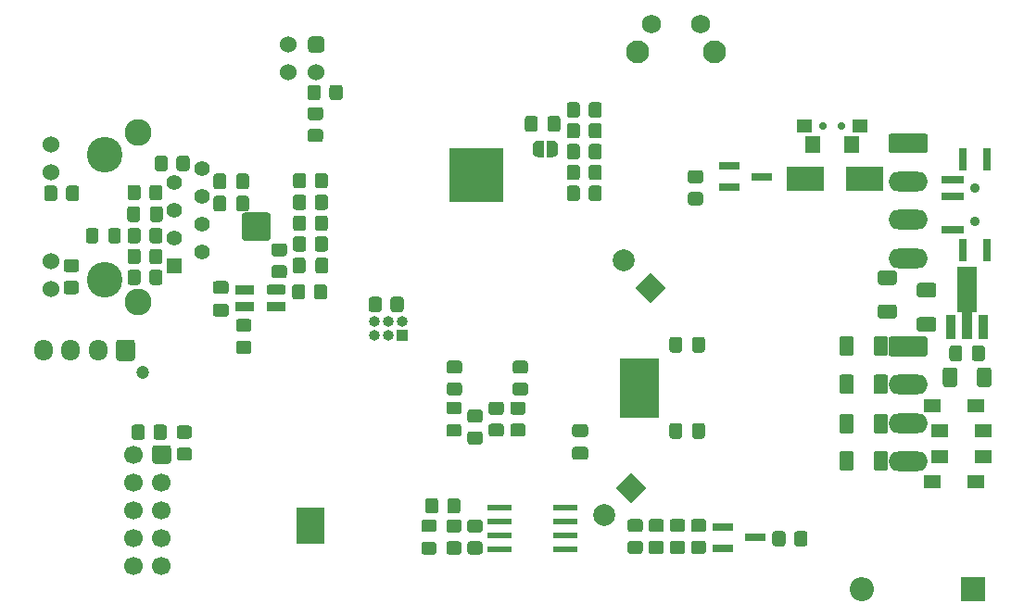
<source format=gts>
G04 #@! TF.GenerationSoftware,KiCad,Pcbnew,(5.1.8)-1*
G04 #@! TF.CreationDate,2021-07-21T13:57:44+02:00*
G04 #@! TF.ProjectId,sensactHsNano,73656e73-6163-4744-9873-4e616e6f2e6b,rev?*
G04 #@! TF.SameCoordinates,Original*
G04 #@! TF.FileFunction,Soldermask,Top*
G04 #@! TF.FilePolarity,Negative*
%FSLAX46Y46*%
G04 Gerber Fmt 4.6, Leading zero omitted, Abs format (unit mm)*
G04 Created by KiCad (PCBNEW (5.1.8)-1) date 2021-07-21 13:57:44*
%MOMM*%
%LPD*%
G01*
G04 APERTURE LIST*
%ADD10C,0.100000*%
%ADD11R,0.800000X2.000000*%
%ADD12R,2.000000X0.700000*%
%ADD13C,0.900000*%
%ADD14C,1.200000*%
%ADD15O,1.700000X1.950000*%
%ADD16C,1.524000*%
%ADD17O,2.200000X2.200000*%
%ADD18R,2.200000X2.200000*%
%ADD19R,1.600000X1.200000*%
%ADD20O,3.600000X1.800000*%
%ADD21C,2.000000*%
%ADD22R,2.200000X0.600000*%
%ADD23R,0.900000X2.300000*%
%ADD24R,1.900000X0.800000*%
%ADD25R,3.500000X2.300000*%
%ADD26R,5.000000X5.000000*%
%ADD27O,1.000000X1.000000*%
%ADD28R,1.000000X1.000000*%
%ADD29C,0.700000*%
%ADD30R,1.400000X1.200000*%
%ADD31R,1.400000X1.600000*%
%ADD32C,2.100000*%
%ADD33C,1.750000*%
%ADD34C,1.700000*%
%ADD35C,3.250000*%
%ADD36C,2.445000*%
%ADD37C,1.530000*%
%ADD38C,1.398000*%
%ADD39R,1.398000X1.398000*%
%ADD40R,3.600000X5.500000*%
%ADD41R,1.750000X0.900000*%
G04 APERTURE END LIST*
D10*
G36*
X153147000Y-111620398D02*
G01*
X153122466Y-111620398D01*
X153073635Y-111615588D01*
X153025510Y-111606016D01*
X152978555Y-111591772D01*
X152933222Y-111572995D01*
X152889949Y-111549864D01*
X152849150Y-111522604D01*
X152811221Y-111491476D01*
X152776524Y-111456779D01*
X152745396Y-111418850D01*
X152718136Y-111378051D01*
X152695005Y-111334778D01*
X152676228Y-111289445D01*
X152661984Y-111242490D01*
X152652412Y-111194365D01*
X152647602Y-111145534D01*
X152647602Y-111121000D01*
X152647000Y-111121000D01*
X152647000Y-110621000D01*
X152647602Y-110621000D01*
X152647602Y-110596466D01*
X152652412Y-110547635D01*
X152661984Y-110499510D01*
X152676228Y-110452555D01*
X152695005Y-110407222D01*
X152718136Y-110363949D01*
X152745396Y-110323150D01*
X152776524Y-110285221D01*
X152811221Y-110250524D01*
X152849150Y-110219396D01*
X152889949Y-110192136D01*
X152933222Y-110169005D01*
X152978555Y-110150228D01*
X153025510Y-110135984D01*
X153073635Y-110126412D01*
X153122466Y-110121602D01*
X153147000Y-110121602D01*
X153147000Y-110121000D01*
X153647000Y-110121000D01*
X153647000Y-111621000D01*
X153147000Y-111621000D01*
X153147000Y-111620398D01*
G37*
G36*
X153947000Y-110121000D02*
G01*
X154447000Y-110121000D01*
X154447000Y-110121602D01*
X154471534Y-110121602D01*
X154520365Y-110126412D01*
X154568490Y-110135984D01*
X154615445Y-110150228D01*
X154660778Y-110169005D01*
X154704051Y-110192136D01*
X154744850Y-110219396D01*
X154782779Y-110250524D01*
X154817476Y-110285221D01*
X154848604Y-110323150D01*
X154875864Y-110363949D01*
X154898995Y-110407222D01*
X154917772Y-110452555D01*
X154932016Y-110499510D01*
X154941588Y-110547635D01*
X154946398Y-110596466D01*
X154946398Y-110621000D01*
X154947000Y-110621000D01*
X154947000Y-111121000D01*
X154946398Y-111121000D01*
X154946398Y-111145534D01*
X154941588Y-111194365D01*
X154932016Y-111242490D01*
X154917772Y-111289445D01*
X154898995Y-111334778D01*
X154875864Y-111378051D01*
X154848604Y-111418850D01*
X154817476Y-111456779D01*
X154782779Y-111491476D01*
X154744850Y-111522604D01*
X154704051Y-111549864D01*
X154660778Y-111572995D01*
X154615445Y-111591772D01*
X154568490Y-111606016D01*
X154520365Y-111615588D01*
X154471534Y-111620398D01*
X154447000Y-111620398D01*
X154447000Y-111621000D01*
X153947000Y-111621000D01*
X153947000Y-110121000D01*
G37*
G36*
G01*
X156953000Y-110674999D02*
X156953000Y-111575001D01*
G75*
G02*
X156703001Y-111825000I-249999J0D01*
G01*
X156002999Y-111825000D01*
G75*
G02*
X155753000Y-111575001I0J249999D01*
G01*
X155753000Y-110674999D01*
G75*
G02*
X156002999Y-110425000I249999J0D01*
G01*
X156703001Y-110425000D01*
G75*
G02*
X156953000Y-110674999I0J-249999D01*
G01*
G37*
G36*
G01*
X158953000Y-110674999D02*
X158953000Y-111575001D01*
G75*
G02*
X158703001Y-111825000I-249999J0D01*
G01*
X158002999Y-111825000D01*
G75*
G02*
X157753000Y-111575001I0J249999D01*
G01*
X157753000Y-110674999D01*
G75*
G02*
X158002999Y-110425000I249999J0D01*
G01*
X158703001Y-110425000D01*
G75*
G02*
X158953000Y-110674999I0J-249999D01*
G01*
G37*
G36*
G01*
X156953000Y-112579999D02*
X156953000Y-113480001D01*
G75*
G02*
X156703001Y-113730000I-249999J0D01*
G01*
X156002999Y-113730000D01*
G75*
G02*
X155753000Y-113480001I0J249999D01*
G01*
X155753000Y-112579999D01*
G75*
G02*
X156002999Y-112330000I249999J0D01*
G01*
X156703001Y-112330000D01*
G75*
G02*
X156953000Y-112579999I0J-249999D01*
G01*
G37*
G36*
G01*
X158953000Y-112579999D02*
X158953000Y-113480001D01*
G75*
G02*
X158703001Y-113730000I-249999J0D01*
G01*
X158002999Y-113730000D01*
G75*
G02*
X157753000Y-113480001I0J249999D01*
G01*
X157753000Y-112579999D01*
G75*
G02*
X158002999Y-112330000I249999J0D01*
G01*
X158703001Y-112330000D01*
G75*
G02*
X158953000Y-112579999I0J-249999D01*
G01*
G37*
D11*
X191930000Y-120126400D03*
X191930000Y-111826400D03*
X194140000Y-111826400D03*
X194140000Y-120126400D03*
D12*
X191030000Y-113726400D03*
X191030000Y-115226400D03*
X191030000Y-118226400D03*
D13*
X193040000Y-114476400D03*
X193040000Y-117476400D03*
D14*
X117043000Y-131286000D03*
D15*
X107943000Y-129286000D03*
X110443000Y-129286000D03*
X112943000Y-129286000D03*
G36*
G01*
X116293000Y-128561000D02*
X116293000Y-130011000D01*
G75*
G02*
X116043000Y-130261000I-250000J0D01*
G01*
X114843000Y-130261000D01*
G75*
G02*
X114593000Y-130011000I0J250000D01*
G01*
X114593000Y-128561000D01*
G75*
G02*
X114843000Y-128311000I250000J0D01*
G01*
X116043000Y-128311000D01*
G75*
G02*
X116293000Y-128561000I0J-250000D01*
G01*
G37*
G36*
G01*
X125787999Y-128416000D02*
X126688001Y-128416000D01*
G75*
G02*
X126938000Y-128665999I0J-249999D01*
G01*
X126938000Y-129366001D01*
G75*
G02*
X126688001Y-129616000I-249999J0D01*
G01*
X125787999Y-129616000D01*
G75*
G02*
X125538000Y-129366001I0J249999D01*
G01*
X125538000Y-128665999D01*
G75*
G02*
X125787999Y-128416000I249999J0D01*
G01*
G37*
G36*
G01*
X125787999Y-126416000D02*
X126688001Y-126416000D01*
G75*
G02*
X126938000Y-126665999I0J-249999D01*
G01*
X126938000Y-127366001D01*
G75*
G02*
X126688001Y-127616000I-249999J0D01*
G01*
X125787999Y-127616000D01*
G75*
G02*
X125538000Y-127366001I0J249999D01*
G01*
X125538000Y-126665999D01*
G75*
G02*
X125787999Y-126416000I249999J0D01*
G01*
G37*
D16*
X130330000Y-103886000D03*
X132870000Y-103886000D03*
X130330000Y-101346000D03*
G36*
G01*
X132108000Y-101727000D02*
X132108000Y-100965000D01*
G75*
G02*
X132489000Y-100584000I381000J0D01*
G01*
X133251000Y-100584000D01*
G75*
G02*
X133632000Y-100965000I0J-381000D01*
G01*
X133632000Y-101727000D01*
G75*
G02*
X133251000Y-102108000I-381000J0D01*
G01*
X132489000Y-102108000D01*
G75*
G02*
X132108000Y-101727000I0J381000D01*
G01*
G37*
D17*
X182676800Y-151130000D03*
D18*
X192836800Y-151130000D03*
D19*
X193820800Y-138988800D03*
X189820800Y-138988800D03*
X189109600Y-141325600D03*
X193109600Y-141325600D03*
D20*
X186944000Y-139430400D03*
X186944000Y-135930400D03*
X186944000Y-132430400D03*
G36*
G01*
X185394000Y-128030400D02*
X188494000Y-128030400D01*
G75*
G02*
X188744000Y-128280400I0J-250000D01*
G01*
X188744000Y-129580400D01*
G75*
G02*
X188494000Y-129830400I-250000J0D01*
G01*
X185394000Y-129830400D01*
G75*
G02*
X185144000Y-129580400I0J250000D01*
G01*
X185144000Y-128280400D01*
G75*
G02*
X185394000Y-128030400I250000J0D01*
G01*
G37*
G36*
G01*
X187970398Y-126249000D02*
X189270402Y-126249000D01*
G75*
G02*
X189520400Y-126498998I0J-249998D01*
G01*
X189520400Y-127324002D01*
G75*
G02*
X189270402Y-127574000I-249998J0D01*
G01*
X187970398Y-127574000D01*
G75*
G02*
X187720400Y-127324002I0J249998D01*
G01*
X187720400Y-126498998D01*
G75*
G02*
X187970398Y-126249000I249998J0D01*
G01*
G37*
G36*
G01*
X187970398Y-123124000D02*
X189270402Y-123124000D01*
G75*
G02*
X189520400Y-123373998I0J-249998D01*
G01*
X189520400Y-124199002D01*
G75*
G02*
X189270402Y-124449000I-249998J0D01*
G01*
X187970398Y-124449000D01*
G75*
G02*
X187720400Y-124199002I0J249998D01*
G01*
X187720400Y-123373998D01*
G75*
G02*
X187970398Y-123124000I249998J0D01*
G01*
G37*
D21*
X159196126Y-144333874D03*
D10*
G36*
X161671000Y-140444786D02*
G01*
X163085214Y-141859000D01*
X161671000Y-143273214D01*
X160256786Y-141859000D01*
X161671000Y-140444786D01*
G37*
D22*
X149603200Y-147447000D03*
X149603200Y-146177000D03*
X149603200Y-144907000D03*
X149603200Y-143637000D03*
X155603200Y-143637000D03*
X155603200Y-144907000D03*
X155603200Y-146177000D03*
X155603200Y-147447000D03*
D10*
G36*
X193195300Y-121693400D02*
G01*
X193195300Y-125818400D01*
X192778800Y-125818400D01*
X192778800Y-128293400D01*
X191878800Y-128293400D01*
X191878800Y-125818400D01*
X191462300Y-125818400D01*
X191462300Y-121693400D01*
X193195300Y-121693400D01*
G37*
D23*
X193828800Y-127143400D03*
X190828800Y-127143400D03*
D24*
X173000800Y-146405600D03*
X170000800Y-147355600D03*
X170000800Y-145455600D03*
G36*
G01*
X168242401Y-145904000D02*
X167342399Y-145904000D01*
G75*
G02*
X167092400Y-145654001I0J249999D01*
G01*
X167092400Y-144953999D01*
G75*
G02*
X167342399Y-144704000I249999J0D01*
G01*
X168242401Y-144704000D01*
G75*
G02*
X168492400Y-144953999I0J-249999D01*
G01*
X168492400Y-145654001D01*
G75*
G02*
X168242401Y-145904000I-249999J0D01*
G01*
G37*
G36*
G01*
X168242401Y-147904000D02*
X167342399Y-147904000D01*
G75*
G02*
X167092400Y-147654001I0J249999D01*
G01*
X167092400Y-146953999D01*
G75*
G02*
X167342399Y-146704000I249999J0D01*
G01*
X168242401Y-146704000D01*
G75*
G02*
X168492400Y-146953999I0J-249999D01*
G01*
X168492400Y-147654001D01*
G75*
G02*
X168242401Y-147904000I-249999J0D01*
G01*
G37*
G36*
G01*
X165411999Y-144704000D02*
X166312001Y-144704000D01*
G75*
G02*
X166562000Y-144953999I0J-249999D01*
G01*
X166562000Y-145654001D01*
G75*
G02*
X166312001Y-145904000I-249999J0D01*
G01*
X165411999Y-145904000D01*
G75*
G02*
X165162000Y-145654001I0J249999D01*
G01*
X165162000Y-144953999D01*
G75*
G02*
X165411999Y-144704000I249999J0D01*
G01*
G37*
G36*
G01*
X165411999Y-146704000D02*
X166312001Y-146704000D01*
G75*
G02*
X166562000Y-146953999I0J-249999D01*
G01*
X166562000Y-147654001D01*
G75*
G02*
X166312001Y-147904000I-249999J0D01*
G01*
X165411999Y-147904000D01*
G75*
G02*
X165162000Y-147654001I0J249999D01*
G01*
X165162000Y-146953999D01*
G75*
G02*
X165411999Y-146704000I249999J0D01*
G01*
G37*
G36*
G01*
X175739600Y-146057199D02*
X175739600Y-146957201D01*
G75*
G02*
X175489601Y-147207200I-249999J0D01*
G01*
X174789599Y-147207200D01*
G75*
G02*
X174539600Y-146957201I0J249999D01*
G01*
X174539600Y-146057199D01*
G75*
G02*
X174789599Y-145807200I249999J0D01*
G01*
X175489601Y-145807200D01*
G75*
G02*
X175739600Y-146057199I0J-249999D01*
G01*
G37*
G36*
G01*
X177739600Y-146057199D02*
X177739600Y-146957201D01*
G75*
G02*
X177489601Y-147207200I-249999J0D01*
G01*
X176789599Y-147207200D01*
G75*
G02*
X176539600Y-146957201I0J249999D01*
G01*
X176539600Y-146057199D01*
G75*
G02*
X176789599Y-145807200I249999J0D01*
G01*
X177489601Y-145807200D01*
G75*
G02*
X177739600Y-146057199I0J-249999D01*
G01*
G37*
G36*
G01*
X163481599Y-144704000D02*
X164381601Y-144704000D01*
G75*
G02*
X164631600Y-144953999I0J-249999D01*
G01*
X164631600Y-145654001D01*
G75*
G02*
X164381601Y-145904000I-249999J0D01*
G01*
X163481599Y-145904000D01*
G75*
G02*
X163231600Y-145654001I0J249999D01*
G01*
X163231600Y-144953999D01*
G75*
G02*
X163481599Y-144704000I249999J0D01*
G01*
G37*
G36*
G01*
X163481599Y-146704000D02*
X164381601Y-146704000D01*
G75*
G02*
X164631600Y-146953999I0J-249999D01*
G01*
X164631600Y-147654001D01*
G75*
G02*
X164381601Y-147904000I-249999J0D01*
G01*
X163481599Y-147904000D01*
G75*
G02*
X163231600Y-147654001I0J249999D01*
G01*
X163231600Y-146953999D01*
G75*
G02*
X163481599Y-146704000I249999J0D01*
G01*
G37*
G36*
G01*
X145890401Y-145954800D02*
X144990399Y-145954800D01*
G75*
G02*
X144740400Y-145704801I0J249999D01*
G01*
X144740400Y-145004799D01*
G75*
G02*
X144990399Y-144754800I249999J0D01*
G01*
X145890401Y-144754800D01*
G75*
G02*
X146140400Y-145004799I0J-249999D01*
G01*
X146140400Y-145704801D01*
G75*
G02*
X145890401Y-145954800I-249999J0D01*
G01*
G37*
G36*
G01*
X145890401Y-147954800D02*
X144990399Y-147954800D01*
G75*
G02*
X144740400Y-147704801I0J249999D01*
G01*
X144740400Y-147004799D01*
G75*
G02*
X144990399Y-146754800I249999J0D01*
G01*
X145890401Y-146754800D01*
G75*
G02*
X146140400Y-147004799I0J-249999D01*
G01*
X146140400Y-147704801D01*
G75*
G02*
X145890401Y-147954800I-249999J0D01*
G01*
G37*
G36*
G01*
X161551199Y-144704000D02*
X162451201Y-144704000D01*
G75*
G02*
X162701200Y-144953999I0J-249999D01*
G01*
X162701200Y-145654001D01*
G75*
G02*
X162451201Y-145904000I-249999J0D01*
G01*
X161551199Y-145904000D01*
G75*
G02*
X161301200Y-145654001I0J249999D01*
G01*
X161301200Y-144953999D01*
G75*
G02*
X161551199Y-144704000I249999J0D01*
G01*
G37*
G36*
G01*
X161551199Y-146704000D02*
X162451201Y-146704000D01*
G75*
G02*
X162701200Y-146953999I0J-249999D01*
G01*
X162701200Y-147654001D01*
G75*
G02*
X162451201Y-147904000I-249999J0D01*
G01*
X161551199Y-147904000D01*
G75*
G02*
X161301200Y-147654001I0J249999D01*
G01*
X161301200Y-146953999D01*
G75*
G02*
X161551199Y-146704000I249999J0D01*
G01*
G37*
G36*
G01*
X144824400Y-143960001D02*
X144824400Y-143059999D01*
G75*
G02*
X145074399Y-142810000I249999J0D01*
G01*
X145774401Y-142810000D01*
G75*
G02*
X146024400Y-143059999I0J-249999D01*
G01*
X146024400Y-143960001D01*
G75*
G02*
X145774401Y-144210000I-249999J0D01*
G01*
X145074399Y-144210000D01*
G75*
G02*
X144824400Y-143960001I0J249999D01*
G01*
G37*
G36*
G01*
X142824400Y-143960001D02*
X142824400Y-143059999D01*
G75*
G02*
X143074399Y-142810000I249999J0D01*
G01*
X143774401Y-142810000D01*
G75*
G02*
X144024400Y-143059999I0J-249999D01*
G01*
X144024400Y-143960001D01*
G75*
G02*
X143774401Y-144210000I-249999J0D01*
G01*
X143074399Y-144210000D01*
G75*
G02*
X142824400Y-143960001I0J249999D01*
G01*
G37*
G36*
G01*
X147820801Y-145954800D02*
X146920799Y-145954800D01*
G75*
G02*
X146670800Y-145704801I0J249999D01*
G01*
X146670800Y-145004799D01*
G75*
G02*
X146920799Y-144754800I249999J0D01*
G01*
X147820801Y-144754800D01*
G75*
G02*
X148070800Y-145004799I0J-249999D01*
G01*
X148070800Y-145704801D01*
G75*
G02*
X147820801Y-145954800I-249999J0D01*
G01*
G37*
G36*
G01*
X147820801Y-147954800D02*
X146920799Y-147954800D01*
G75*
G02*
X146670800Y-147704801I0J249999D01*
G01*
X146670800Y-147004799D01*
G75*
G02*
X146920799Y-146754800I249999J0D01*
G01*
X147820801Y-146754800D01*
G75*
G02*
X148070800Y-147004799I0J-249999D01*
G01*
X148070800Y-147704801D01*
G75*
G02*
X147820801Y-147954800I-249999J0D01*
G01*
G37*
G36*
G01*
X148851199Y-135985200D02*
X149751201Y-135985200D01*
G75*
G02*
X150001200Y-136235199I0J-249999D01*
G01*
X150001200Y-136935201D01*
G75*
G02*
X149751201Y-137185200I-249999J0D01*
G01*
X148851199Y-137185200D01*
G75*
G02*
X148601200Y-136935201I0J249999D01*
G01*
X148601200Y-136235199D01*
G75*
G02*
X148851199Y-135985200I249999J0D01*
G01*
G37*
G36*
G01*
X148851199Y-133985200D02*
X149751201Y-133985200D01*
G75*
G02*
X150001200Y-134235199I0J-249999D01*
G01*
X150001200Y-134935201D01*
G75*
G02*
X149751201Y-135185200I-249999J0D01*
G01*
X148851199Y-135185200D01*
G75*
G02*
X148601200Y-134935201I0J249999D01*
G01*
X148601200Y-134235199D01*
G75*
G02*
X148851199Y-133985200I249999J0D01*
G01*
G37*
G36*
G01*
X151732401Y-135185200D02*
X150832399Y-135185200D01*
G75*
G02*
X150582400Y-134935201I0J249999D01*
G01*
X150582400Y-134235199D01*
G75*
G02*
X150832399Y-133985200I249999J0D01*
G01*
X151732401Y-133985200D01*
G75*
G02*
X151982400Y-134235199I0J-249999D01*
G01*
X151982400Y-134935201D01*
G75*
G02*
X151732401Y-135185200I-249999J0D01*
G01*
G37*
G36*
G01*
X151732401Y-137185200D02*
X150832399Y-137185200D01*
G75*
G02*
X150582400Y-136935201I0J249999D01*
G01*
X150582400Y-136235199D01*
G75*
G02*
X150832399Y-135985200I249999J0D01*
G01*
X151732401Y-135985200D01*
G75*
G02*
X151982400Y-136235199I0J-249999D01*
G01*
X151982400Y-136935201D01*
G75*
G02*
X151732401Y-137185200I-249999J0D01*
G01*
G37*
G36*
G01*
X147820801Y-135896400D02*
X146920799Y-135896400D01*
G75*
G02*
X146670800Y-135646401I0J249999D01*
G01*
X146670800Y-134946399D01*
G75*
G02*
X146920799Y-134696400I249999J0D01*
G01*
X147820801Y-134696400D01*
G75*
G02*
X148070800Y-134946399I0J-249999D01*
G01*
X148070800Y-135646401D01*
G75*
G02*
X147820801Y-135896400I-249999J0D01*
G01*
G37*
G36*
G01*
X147820801Y-137896400D02*
X146920799Y-137896400D01*
G75*
G02*
X146670800Y-137646401I0J249999D01*
G01*
X146670800Y-136946399D01*
G75*
G02*
X146920799Y-136696400I249999J0D01*
G01*
X147820801Y-136696400D01*
G75*
G02*
X148070800Y-136946399I0J-249999D01*
G01*
X148070800Y-137646401D01*
G75*
G02*
X147820801Y-137896400I-249999J0D01*
G01*
G37*
D19*
X189128400Y-134315200D03*
X193128400Y-134315200D03*
X193820800Y-136652000D03*
X189820800Y-136652000D03*
G36*
G01*
X142704399Y-146804800D02*
X143604401Y-146804800D01*
G75*
G02*
X143854400Y-147054799I0J-249999D01*
G01*
X143854400Y-147704801D01*
G75*
G02*
X143604401Y-147954800I-249999J0D01*
G01*
X142704399Y-147954800D01*
G75*
G02*
X142454400Y-147704801I0J249999D01*
G01*
X142454400Y-147054799D01*
G75*
G02*
X142704399Y-146804800I249999J0D01*
G01*
G37*
G36*
G01*
X142704399Y-144754800D02*
X143604401Y-144754800D01*
G75*
G02*
X143854400Y-145004799I0J-249999D01*
G01*
X143854400Y-145654801D01*
G75*
G02*
X143604401Y-145904800I-249999J0D01*
G01*
X142704399Y-145904800D01*
G75*
G02*
X142454400Y-145654801I0J249999D01*
G01*
X142454400Y-145004799D01*
G75*
G02*
X142704399Y-144754800I249999J0D01*
G01*
G37*
G36*
G01*
X145890401Y-135135200D02*
X144990399Y-135135200D01*
G75*
G02*
X144740400Y-134885201I0J249999D01*
G01*
X144740400Y-134235199D01*
G75*
G02*
X144990399Y-133985200I249999J0D01*
G01*
X145890401Y-133985200D01*
G75*
G02*
X146140400Y-134235199I0J-249999D01*
G01*
X146140400Y-134885201D01*
G75*
G02*
X145890401Y-135135200I-249999J0D01*
G01*
G37*
G36*
G01*
X145890401Y-137185200D02*
X144990399Y-137185200D01*
G75*
G02*
X144740400Y-136935201I0J249999D01*
G01*
X144740400Y-136285199D01*
G75*
G02*
X144990399Y-136035200I249999J0D01*
G01*
X145890401Y-136035200D01*
G75*
G02*
X146140400Y-136285199I0J-249999D01*
G01*
X146140400Y-136935201D01*
G75*
G02*
X145890401Y-137185200I-249999J0D01*
G01*
G37*
G36*
G01*
X191878800Y-129090400D02*
X191878800Y-130040400D01*
G75*
G02*
X191628800Y-130290400I-250000J0D01*
G01*
X190953800Y-130290400D01*
G75*
G02*
X190703800Y-130040400I0J250000D01*
G01*
X190703800Y-129090400D01*
G75*
G02*
X190953800Y-128840400I250000J0D01*
G01*
X191628800Y-128840400D01*
G75*
G02*
X191878800Y-129090400I0J-250000D01*
G01*
G37*
G36*
G01*
X193953800Y-129090400D02*
X193953800Y-130040400D01*
G75*
G02*
X193703800Y-130290400I-250000J0D01*
G01*
X193028800Y-130290400D01*
G75*
G02*
X192778800Y-130040400I0J250000D01*
G01*
X192778800Y-129090400D01*
G75*
G02*
X193028800Y-128840400I250000J0D01*
G01*
X193703800Y-128840400D01*
G75*
G02*
X193953800Y-129090400I0J-250000D01*
G01*
G37*
G36*
G01*
X191428800Y-131099798D02*
X191428800Y-132399802D01*
G75*
G02*
X191178802Y-132649800I-249998J0D01*
G01*
X190353798Y-132649800D01*
G75*
G02*
X190103800Y-132399802I0J249998D01*
G01*
X190103800Y-131099798D01*
G75*
G02*
X190353798Y-130849800I249998J0D01*
G01*
X191178802Y-130849800D01*
G75*
G02*
X191428800Y-131099798I0J-249998D01*
G01*
G37*
G36*
G01*
X194553800Y-131099798D02*
X194553800Y-132399802D01*
G75*
G02*
X194303802Y-132649800I-249998J0D01*
G01*
X193478798Y-132649800D01*
G75*
G02*
X193228800Y-132399802I0J249998D01*
G01*
X193228800Y-131099798D01*
G75*
G02*
X193478798Y-130849800I249998J0D01*
G01*
X194303802Y-130849800D01*
G75*
G02*
X194553800Y-131099798I0J-249998D01*
G01*
G37*
D25*
X182976500Y-113588800D03*
X177576500Y-113588800D03*
G36*
G01*
X131934000Y-113341999D02*
X131934000Y-114242001D01*
G75*
G02*
X131684001Y-114492000I-249999J0D01*
G01*
X130983999Y-114492000D01*
G75*
G02*
X130734000Y-114242001I0J249999D01*
G01*
X130734000Y-113341999D01*
G75*
G02*
X130983999Y-113092000I249999J0D01*
G01*
X131684001Y-113092000D01*
G75*
G02*
X131934000Y-113341999I0J-249999D01*
G01*
G37*
G36*
G01*
X133934000Y-113341999D02*
X133934000Y-114242001D01*
G75*
G02*
X133684001Y-114492000I-249999J0D01*
G01*
X132983999Y-114492000D01*
G75*
G02*
X132734000Y-114242001I0J249999D01*
G01*
X132734000Y-113341999D01*
G75*
G02*
X132983999Y-113092000I249999J0D01*
G01*
X133684001Y-113092000D01*
G75*
G02*
X133934000Y-113341999I0J-249999D01*
G01*
G37*
D26*
X147510500Y-113284000D03*
D10*
G36*
X133634000Y-143638000D02*
G01*
X133634000Y-146938000D01*
X131034000Y-146938000D01*
X131034000Y-143638000D01*
X133634000Y-143638000D01*
G37*
D27*
X138176000Y-126619000D03*
X138176000Y-127889000D03*
X139446000Y-126619000D03*
X139446000Y-127889000D03*
X140716000Y-126619000D03*
D28*
X140716000Y-127889000D03*
G36*
G01*
X145928501Y-131426000D02*
X145028499Y-131426000D01*
G75*
G02*
X144778500Y-131176001I0J249999D01*
G01*
X144778500Y-130475999D01*
G75*
G02*
X145028499Y-130226000I249999J0D01*
G01*
X145928501Y-130226000D01*
G75*
G02*
X146178500Y-130475999I0J-249999D01*
G01*
X146178500Y-131176001D01*
G75*
G02*
X145928501Y-131426000I-249999J0D01*
G01*
G37*
G36*
G01*
X145928501Y-133426000D02*
X145028499Y-133426000D01*
G75*
G02*
X144778500Y-133176001I0J249999D01*
G01*
X144778500Y-132475999D01*
G75*
G02*
X145028499Y-132226000I249999J0D01*
G01*
X145928501Y-132226000D01*
G75*
G02*
X146178500Y-132475999I0J-249999D01*
G01*
X146178500Y-133176001D01*
G75*
G02*
X145928501Y-133426000I-249999J0D01*
G01*
G37*
G36*
G01*
X151961001Y-131426000D02*
X151060999Y-131426000D01*
G75*
G02*
X150811000Y-131176001I0J249999D01*
G01*
X150811000Y-130475999D01*
G75*
G02*
X151060999Y-130226000I249999J0D01*
G01*
X151961001Y-130226000D01*
G75*
G02*
X152211000Y-130475999I0J-249999D01*
G01*
X152211000Y-131176001D01*
G75*
G02*
X151961001Y-131426000I-249999J0D01*
G01*
G37*
G36*
G01*
X151961001Y-133426000D02*
X151060999Y-133426000D01*
G75*
G02*
X150811000Y-133176001I0J249999D01*
G01*
X150811000Y-132475999D01*
G75*
G02*
X151060999Y-132226000I249999J0D01*
G01*
X151961001Y-132226000D01*
G75*
G02*
X152211000Y-132475999I0J-249999D01*
G01*
X152211000Y-133176001D01*
G75*
G02*
X151961001Y-133426000I-249999J0D01*
G01*
G37*
D29*
X179150000Y-108750000D03*
X180850000Y-108750000D03*
D30*
X182550000Y-108750000D03*
D31*
X181800000Y-110450000D03*
D30*
X177450000Y-108750000D03*
D31*
X178200000Y-110450000D03*
D32*
X169250000Y-101990000D03*
D33*
X168000000Y-99500000D03*
X163500000Y-99500000D03*
D32*
X162240000Y-101990000D03*
G36*
G01*
X132328499Y-109048500D02*
X133228501Y-109048500D01*
G75*
G02*
X133478500Y-109298499I0J-249999D01*
G01*
X133478500Y-109998501D01*
G75*
G02*
X133228501Y-110248500I-249999J0D01*
G01*
X132328499Y-110248500D01*
G75*
G02*
X132078500Y-109998501I0J249999D01*
G01*
X132078500Y-109298499D01*
G75*
G02*
X132328499Y-109048500I249999J0D01*
G01*
G37*
G36*
G01*
X132328499Y-107048500D02*
X133228501Y-107048500D01*
G75*
G02*
X133478500Y-107298499I0J-249999D01*
G01*
X133478500Y-107998501D01*
G75*
G02*
X133228501Y-108248500I-249999J0D01*
G01*
X132328499Y-108248500D01*
G75*
G02*
X132078500Y-107998501I0J249999D01*
G01*
X132078500Y-107298499D01*
G75*
G02*
X132328499Y-107048500I249999J0D01*
G01*
G37*
G36*
G01*
X134067500Y-106177501D02*
X134067500Y-105277499D01*
G75*
G02*
X134317499Y-105027500I249999J0D01*
G01*
X135017501Y-105027500D01*
G75*
G02*
X135267500Y-105277499I0J-249999D01*
G01*
X135267500Y-106177501D01*
G75*
G02*
X135017501Y-106427500I-249999J0D01*
G01*
X134317499Y-106427500D01*
G75*
G02*
X134067500Y-106177501I0J249999D01*
G01*
G37*
G36*
G01*
X132067500Y-106177501D02*
X132067500Y-105277499D01*
G75*
G02*
X132317499Y-105027500I249999J0D01*
G01*
X133017501Y-105027500D01*
G75*
G02*
X133267500Y-105277499I0J-249999D01*
G01*
X133267500Y-106177501D01*
G75*
G02*
X133017501Y-106427500I-249999J0D01*
G01*
X132317499Y-106427500D01*
G75*
G02*
X132067500Y-106177501I0J249999D01*
G01*
G37*
G36*
G01*
X156953000Y-108769999D02*
X156953000Y-109670001D01*
G75*
G02*
X156703001Y-109920000I-249999J0D01*
G01*
X156002999Y-109920000D01*
G75*
G02*
X155753000Y-109670001I0J249999D01*
G01*
X155753000Y-108769999D01*
G75*
G02*
X156002999Y-108520000I249999J0D01*
G01*
X156703001Y-108520000D01*
G75*
G02*
X156953000Y-108769999I0J-249999D01*
G01*
G37*
G36*
G01*
X158953000Y-108769999D02*
X158953000Y-109670001D01*
G75*
G02*
X158703001Y-109920000I-249999J0D01*
G01*
X158002999Y-109920000D01*
G75*
G02*
X157753000Y-109670001I0J249999D01*
G01*
X157753000Y-108769999D01*
G75*
G02*
X158002999Y-108520000I249999J0D01*
G01*
X158703001Y-108520000D01*
G75*
G02*
X158953000Y-108769999I0J-249999D01*
G01*
G37*
D24*
X173585000Y-113411000D03*
X170585000Y-114361000D03*
X170585000Y-112461000D03*
D21*
X160974126Y-121096126D03*
D10*
G36*
X164863214Y-123571000D02*
G01*
X163449000Y-124985214D01*
X162034786Y-123571000D01*
X163449000Y-122156786D01*
X164863214Y-123571000D01*
G37*
G36*
G01*
X123667500Y-125037000D02*
X124617500Y-125037000D01*
G75*
G02*
X124867500Y-125287000I0J-250000D01*
G01*
X124867500Y-125962000D01*
G75*
G02*
X124617500Y-126212000I-250000J0D01*
G01*
X123667500Y-126212000D01*
G75*
G02*
X123417500Y-125962000I0J250000D01*
G01*
X123417500Y-125287000D01*
G75*
G02*
X123667500Y-125037000I250000J0D01*
G01*
G37*
G36*
G01*
X123667500Y-122962000D02*
X124617500Y-122962000D01*
G75*
G02*
X124867500Y-123212000I0J-250000D01*
G01*
X124867500Y-123887000D01*
G75*
G02*
X124617500Y-124137000I-250000J0D01*
G01*
X123667500Y-124137000D01*
G75*
G02*
X123417500Y-123887000I0J250000D01*
G01*
X123417500Y-123212000D01*
G75*
G02*
X123667500Y-122962000I250000J0D01*
G01*
G37*
G36*
G01*
X156953000Y-106864999D02*
X156953000Y-107765001D01*
G75*
G02*
X156703001Y-108015000I-249999J0D01*
G01*
X156002999Y-108015000D01*
G75*
G02*
X155753000Y-107765001I0J249999D01*
G01*
X155753000Y-106864999D01*
G75*
G02*
X156002999Y-106615000I249999J0D01*
G01*
X156703001Y-106615000D01*
G75*
G02*
X156953000Y-106864999I0J-249999D01*
G01*
G37*
G36*
G01*
X158953000Y-106864999D02*
X158953000Y-107765001D01*
G75*
G02*
X158703001Y-108015000I-249999J0D01*
G01*
X158002999Y-108015000D01*
G75*
G02*
X157753000Y-107765001I0J249999D01*
G01*
X157753000Y-106864999D01*
G75*
G02*
X158002999Y-106615000I249999J0D01*
G01*
X158703001Y-106615000D01*
G75*
G02*
X158953000Y-106864999I0J-249999D01*
G01*
G37*
G36*
G01*
X153093000Y-108110000D02*
X153093000Y-109060000D01*
G75*
G02*
X152843000Y-109310000I-250000J0D01*
G01*
X152168000Y-109310000D01*
G75*
G02*
X151918000Y-109060000I0J250000D01*
G01*
X151918000Y-108110000D01*
G75*
G02*
X152168000Y-107860000I250000J0D01*
G01*
X152843000Y-107860000D01*
G75*
G02*
X153093000Y-108110000I0J-250000D01*
G01*
G37*
G36*
G01*
X155168000Y-108110000D02*
X155168000Y-109060000D01*
G75*
G02*
X154918000Y-109310000I-250000J0D01*
G01*
X154243000Y-109310000D01*
G75*
G02*
X153993000Y-109060000I0J250000D01*
G01*
X153993000Y-108110000D01*
G75*
G02*
X154243000Y-107860000I250000J0D01*
G01*
X154918000Y-107860000D01*
G75*
G02*
X155168000Y-108110000I0J-250000D01*
G01*
G37*
D34*
X116205000Y-148971000D03*
X116205000Y-146431000D03*
X116205000Y-143891000D03*
X116205000Y-141351000D03*
X116205000Y-138811000D03*
X118745000Y-148971000D03*
X118745000Y-146431000D03*
X118745000Y-143891000D03*
X118745000Y-141351000D03*
G36*
G01*
X119595000Y-138211000D02*
X119595000Y-139411000D01*
G75*
G02*
X119345000Y-139661000I-250000J0D01*
G01*
X118145000Y-139661000D01*
G75*
G02*
X117895000Y-139411000I0J250000D01*
G01*
X117895000Y-138211000D01*
G75*
G02*
X118145000Y-137961000I250000J0D01*
G01*
X119345000Y-137961000D01*
G75*
G02*
X119595000Y-138211000I0J-250000D01*
G01*
G37*
G36*
G01*
X138855500Y-124644999D02*
X138855500Y-125545001D01*
G75*
G02*
X138605501Y-125795000I-249999J0D01*
G01*
X137905499Y-125795000D01*
G75*
G02*
X137655500Y-125545001I0J249999D01*
G01*
X137655500Y-124644999D01*
G75*
G02*
X137905499Y-124395000I249999J0D01*
G01*
X138605501Y-124395000D01*
G75*
G02*
X138855500Y-124644999I0J-249999D01*
G01*
G37*
G36*
G01*
X140855500Y-124644999D02*
X140855500Y-125545001D01*
G75*
G02*
X140605501Y-125795000I-249999J0D01*
G01*
X139905499Y-125795000D01*
G75*
G02*
X139655500Y-125545001I0J249999D01*
G01*
X139655500Y-124644999D01*
G75*
G02*
X139905499Y-124395000I249999J0D01*
G01*
X140605501Y-124395000D01*
G75*
G02*
X140855500Y-124644999I0J-249999D01*
G01*
G37*
D35*
X113538000Y-122809000D03*
X113538000Y-111379000D03*
D36*
X116588000Y-109349000D03*
X116588000Y-124839000D03*
D37*
X108638000Y-113009000D03*
X108638000Y-110469000D03*
X108638000Y-121179000D03*
X108638000Y-123719000D03*
D38*
X122428000Y-112654000D03*
X119888000Y-113924000D03*
X122428000Y-115194000D03*
X119888000Y-116464000D03*
X122428000Y-117734000D03*
X119888000Y-119004000D03*
X122428000Y-120274000D03*
D39*
X119888000Y-121544000D03*
D20*
X186944000Y-120863000D03*
X186944000Y-117363000D03*
X186944000Y-113863000D03*
G36*
G01*
X185394000Y-109463000D02*
X188494000Y-109463000D01*
G75*
G02*
X188744000Y-109713000I0J-250000D01*
G01*
X188744000Y-111013000D01*
G75*
G02*
X188494000Y-111263000I-250000J0D01*
G01*
X185394000Y-111263000D01*
G75*
G02*
X185144000Y-111013000I0J250000D01*
G01*
X185144000Y-109713000D01*
G75*
G02*
X185394000Y-109463000I250000J0D01*
G01*
G37*
D40*
X162433000Y-132715000D03*
G36*
G01*
X131854500Y-123501999D02*
X131854500Y-124402001D01*
G75*
G02*
X131604501Y-124652000I-249999J0D01*
G01*
X130904499Y-124652000D01*
G75*
G02*
X130654500Y-124402001I0J249999D01*
G01*
X130654500Y-123501999D01*
G75*
G02*
X130904499Y-123252000I249999J0D01*
G01*
X131604501Y-123252000D01*
G75*
G02*
X131854500Y-123501999I0J-249999D01*
G01*
G37*
G36*
G01*
X133854500Y-123501999D02*
X133854500Y-124402001D01*
G75*
G02*
X133604501Y-124652000I-249999J0D01*
G01*
X132904499Y-124652000D01*
G75*
G02*
X132654500Y-124402001I0J249999D01*
G01*
X132654500Y-123501999D01*
G75*
G02*
X132904499Y-123252000I249999J0D01*
G01*
X133604501Y-123252000D01*
G75*
G02*
X133854500Y-123501999I0J-249999D01*
G01*
G37*
G36*
G01*
X109201000Y-114484999D02*
X109201000Y-115385001D01*
G75*
G02*
X108951001Y-115635000I-249999J0D01*
G01*
X108250999Y-115635000D01*
G75*
G02*
X108001000Y-115385001I0J249999D01*
G01*
X108001000Y-114484999D01*
G75*
G02*
X108250999Y-114235000I249999J0D01*
G01*
X108951001Y-114235000D01*
G75*
G02*
X109201000Y-114484999I0J-249999D01*
G01*
G37*
G36*
G01*
X111201000Y-114484999D02*
X111201000Y-115385001D01*
G75*
G02*
X110951001Y-115635000I-249999J0D01*
G01*
X110250999Y-115635000D01*
G75*
G02*
X110001000Y-115385001I0J249999D01*
G01*
X110001000Y-114484999D01*
G75*
G02*
X110250999Y-114235000I249999J0D01*
G01*
X110951001Y-114235000D01*
G75*
G02*
X111201000Y-114484999I0J-249999D01*
G01*
G37*
G36*
G01*
X110940001Y-122155000D02*
X110039999Y-122155000D01*
G75*
G02*
X109790000Y-121905001I0J249999D01*
G01*
X109790000Y-121204999D01*
G75*
G02*
X110039999Y-120955000I249999J0D01*
G01*
X110940001Y-120955000D01*
G75*
G02*
X111190000Y-121204999I0J-249999D01*
G01*
X111190000Y-121905001D01*
G75*
G02*
X110940001Y-122155000I-249999J0D01*
G01*
G37*
G36*
G01*
X110940001Y-124155000D02*
X110039999Y-124155000D01*
G75*
G02*
X109790000Y-123905001I0J249999D01*
G01*
X109790000Y-123204999D01*
G75*
G02*
X110039999Y-122955000I249999J0D01*
G01*
X110940001Y-122955000D01*
G75*
G02*
X111190000Y-123204999I0J-249999D01*
G01*
X111190000Y-123905001D01*
G75*
G02*
X110940001Y-124155000I-249999J0D01*
G01*
G37*
G36*
G01*
X117621000Y-115321501D02*
X117621000Y-114421499D01*
G75*
G02*
X117870999Y-114171500I249999J0D01*
G01*
X118571001Y-114171500D01*
G75*
G02*
X118821000Y-114421499I0J-249999D01*
G01*
X118821000Y-115321501D01*
G75*
G02*
X118571001Y-115571500I-249999J0D01*
G01*
X117870999Y-115571500D01*
G75*
G02*
X117621000Y-115321501I0J249999D01*
G01*
G37*
G36*
G01*
X115621000Y-115321501D02*
X115621000Y-114421499D01*
G75*
G02*
X115870999Y-114171500I249999J0D01*
G01*
X116571001Y-114171500D01*
G75*
G02*
X116821000Y-114421499I0J-249999D01*
G01*
X116821000Y-115321501D01*
G75*
G02*
X116571001Y-115571500I-249999J0D01*
G01*
X115870999Y-115571500D01*
G75*
G02*
X115621000Y-115321501I0J249999D01*
G01*
G37*
G36*
G01*
X117621000Y-119258501D02*
X117621000Y-118358499D01*
G75*
G02*
X117870999Y-118108500I249999J0D01*
G01*
X118571001Y-118108500D01*
G75*
G02*
X118821000Y-118358499I0J-249999D01*
G01*
X118821000Y-119258501D01*
G75*
G02*
X118571001Y-119508500I-249999J0D01*
G01*
X117870999Y-119508500D01*
G75*
G02*
X117621000Y-119258501I0J249999D01*
G01*
G37*
G36*
G01*
X115621000Y-119258501D02*
X115621000Y-118358499D01*
G75*
G02*
X115870999Y-118108500I249999J0D01*
G01*
X116571001Y-118108500D01*
G75*
G02*
X116821000Y-118358499I0J-249999D01*
G01*
X116821000Y-119258501D01*
G75*
G02*
X116571001Y-119508500I-249999J0D01*
G01*
X115870999Y-119508500D01*
G75*
G02*
X115621000Y-119258501I0J249999D01*
G01*
G37*
G36*
G01*
X117621000Y-121163501D02*
X117621000Y-120263499D01*
G75*
G02*
X117870999Y-120013500I249999J0D01*
G01*
X118571001Y-120013500D01*
G75*
G02*
X118821000Y-120263499I0J-249999D01*
G01*
X118821000Y-121163501D01*
G75*
G02*
X118571001Y-121413500I-249999J0D01*
G01*
X117870999Y-121413500D01*
G75*
G02*
X117621000Y-121163501I0J249999D01*
G01*
G37*
G36*
G01*
X115621000Y-121163501D02*
X115621000Y-120263499D01*
G75*
G02*
X115870999Y-120013500I249999J0D01*
G01*
X116571001Y-120013500D01*
G75*
G02*
X116821000Y-120263499I0J-249999D01*
G01*
X116821000Y-121163501D01*
G75*
G02*
X116571001Y-121413500I-249999J0D01*
G01*
X115870999Y-121413500D01*
G75*
G02*
X115621000Y-121163501I0J249999D01*
G01*
G37*
G36*
G01*
X120097500Y-112654501D02*
X120097500Y-111754499D01*
G75*
G02*
X120347499Y-111504500I249999J0D01*
G01*
X121047501Y-111504500D01*
G75*
G02*
X121297500Y-111754499I0J-249999D01*
G01*
X121297500Y-112654501D01*
G75*
G02*
X121047501Y-112904500I-249999J0D01*
G01*
X120347499Y-112904500D01*
G75*
G02*
X120097500Y-112654501I0J249999D01*
G01*
G37*
G36*
G01*
X118097500Y-112654501D02*
X118097500Y-111754499D01*
G75*
G02*
X118347499Y-111504500I249999J0D01*
G01*
X119047501Y-111504500D01*
G75*
G02*
X119297500Y-111754499I0J-249999D01*
G01*
X119297500Y-112654501D01*
G75*
G02*
X119047501Y-112904500I-249999J0D01*
G01*
X118347499Y-112904500D01*
G75*
G02*
X118097500Y-112654501I0J249999D01*
G01*
G37*
G36*
G01*
X117621000Y-123068501D02*
X117621000Y-122168499D01*
G75*
G02*
X117870999Y-121918500I249999J0D01*
G01*
X118571001Y-121918500D01*
G75*
G02*
X118821000Y-122168499I0J-249999D01*
G01*
X118821000Y-123068501D01*
G75*
G02*
X118571001Y-123318500I-249999J0D01*
G01*
X117870999Y-123318500D01*
G75*
G02*
X117621000Y-123068501I0J249999D01*
G01*
G37*
G36*
G01*
X115621000Y-123068501D02*
X115621000Y-122168499D01*
G75*
G02*
X115870999Y-121918500I249999J0D01*
G01*
X116571001Y-121918500D01*
G75*
G02*
X116821000Y-122168499I0J-249999D01*
G01*
X116821000Y-123068501D01*
G75*
G02*
X116571001Y-123318500I-249999J0D01*
G01*
X115870999Y-123318500D01*
G75*
G02*
X115621000Y-123068501I0J249999D01*
G01*
G37*
G36*
G01*
X129926501Y-120694500D02*
X129026499Y-120694500D01*
G75*
G02*
X128776500Y-120444501I0J249999D01*
G01*
X128776500Y-119744499D01*
G75*
G02*
X129026499Y-119494500I249999J0D01*
G01*
X129926501Y-119494500D01*
G75*
G02*
X130176500Y-119744499I0J-249999D01*
G01*
X130176500Y-120444501D01*
G75*
G02*
X129926501Y-120694500I-249999J0D01*
G01*
G37*
G36*
G01*
X129926501Y-122694500D02*
X129026499Y-122694500D01*
G75*
G02*
X128776500Y-122444501I0J249999D01*
G01*
X128776500Y-121744499D01*
G75*
G02*
X129026499Y-121494500I249999J0D01*
G01*
X129926501Y-121494500D01*
G75*
G02*
X130176500Y-121744499I0J-249999D01*
G01*
X130176500Y-122444501D01*
G75*
G02*
X129926501Y-122694500I-249999J0D01*
G01*
G37*
G36*
G01*
X131934000Y-119120499D02*
X131934000Y-120020501D01*
G75*
G02*
X131684001Y-120270500I-249999J0D01*
G01*
X130983999Y-120270500D01*
G75*
G02*
X130734000Y-120020501I0J249999D01*
G01*
X130734000Y-119120499D01*
G75*
G02*
X130983999Y-118870500I249999J0D01*
G01*
X131684001Y-118870500D01*
G75*
G02*
X131934000Y-119120499I0J-249999D01*
G01*
G37*
G36*
G01*
X133934000Y-119120499D02*
X133934000Y-120020501D01*
G75*
G02*
X133684001Y-120270500I-249999J0D01*
G01*
X132983999Y-120270500D01*
G75*
G02*
X132734000Y-120020501I0J249999D01*
G01*
X132734000Y-119120499D01*
G75*
G02*
X132983999Y-118870500I249999J0D01*
G01*
X133684001Y-118870500D01*
G75*
G02*
X133934000Y-119120499I0J-249999D01*
G01*
G37*
G36*
G01*
X131934000Y-115310499D02*
X131934000Y-116210501D01*
G75*
G02*
X131684001Y-116460500I-249999J0D01*
G01*
X130983999Y-116460500D01*
G75*
G02*
X130734000Y-116210501I0J249999D01*
G01*
X130734000Y-115310499D01*
G75*
G02*
X130983999Y-115060500I249999J0D01*
G01*
X131684001Y-115060500D01*
G75*
G02*
X131934000Y-115310499I0J-249999D01*
G01*
G37*
G36*
G01*
X133934000Y-115310499D02*
X133934000Y-116210501D01*
G75*
G02*
X133684001Y-116460500I-249999J0D01*
G01*
X132983999Y-116460500D01*
G75*
G02*
X132734000Y-116210501I0J249999D01*
G01*
X132734000Y-115310499D01*
G75*
G02*
X132983999Y-115060500I249999J0D01*
G01*
X133684001Y-115060500D01*
G75*
G02*
X133934000Y-115310499I0J-249999D01*
G01*
G37*
G36*
G01*
X132734000Y-118115501D02*
X132734000Y-117215499D01*
G75*
G02*
X132983999Y-116965500I249999J0D01*
G01*
X133684001Y-116965500D01*
G75*
G02*
X133934000Y-117215499I0J-249999D01*
G01*
X133934000Y-118115501D01*
G75*
G02*
X133684001Y-118365500I-249999J0D01*
G01*
X132983999Y-118365500D01*
G75*
G02*
X132734000Y-118115501I0J249999D01*
G01*
G37*
G36*
G01*
X130734000Y-118115501D02*
X130734000Y-117215499D01*
G75*
G02*
X130983999Y-116965500I249999J0D01*
G01*
X131684001Y-116965500D01*
G75*
G02*
X131934000Y-117215499I0J-249999D01*
G01*
X131934000Y-118115501D01*
G75*
G02*
X131684001Y-118365500I-249999J0D01*
G01*
X130983999Y-118365500D01*
G75*
G02*
X130734000Y-118115501I0J249999D01*
G01*
G37*
G36*
G01*
X185664001Y-123306000D02*
X184413999Y-123306000D01*
G75*
G02*
X184164000Y-123056001I0J249999D01*
G01*
X184164000Y-122255999D01*
G75*
G02*
X184413999Y-122006000I249999J0D01*
G01*
X185664001Y-122006000D01*
G75*
G02*
X185914000Y-122255999I0J-249999D01*
G01*
X185914000Y-123056001D01*
G75*
G02*
X185664001Y-123306000I-249999J0D01*
G01*
G37*
G36*
G01*
X185664001Y-126406000D02*
X184413999Y-126406000D01*
G75*
G02*
X184164000Y-126156001I0J249999D01*
G01*
X184164000Y-125355999D01*
G75*
G02*
X184413999Y-125106000I249999J0D01*
G01*
X185664001Y-125106000D01*
G75*
G02*
X185914000Y-125355999I0J-249999D01*
G01*
X185914000Y-126156001D01*
G75*
G02*
X185664001Y-126406000I-249999J0D01*
G01*
G37*
G36*
G01*
X117202000Y-136328999D02*
X117202000Y-137229001D01*
G75*
G02*
X116952001Y-137479000I-249999J0D01*
G01*
X116251999Y-137479000D01*
G75*
G02*
X116002000Y-137229001I0J249999D01*
G01*
X116002000Y-136328999D01*
G75*
G02*
X116251999Y-136079000I249999J0D01*
G01*
X116952001Y-136079000D01*
G75*
G02*
X117202000Y-136328999I0J-249999D01*
G01*
G37*
G36*
G01*
X119202000Y-136328999D02*
X119202000Y-137229001D01*
G75*
G02*
X118952001Y-137479000I-249999J0D01*
G01*
X118251999Y-137479000D01*
G75*
G02*
X118002000Y-137229001I0J249999D01*
G01*
X118002000Y-136328999D01*
G75*
G02*
X118251999Y-136079000I249999J0D01*
G01*
X118952001Y-136079000D01*
G75*
G02*
X119202000Y-136328999I0J-249999D01*
G01*
G37*
G36*
G01*
X167963001Y-114027000D02*
X167062999Y-114027000D01*
G75*
G02*
X166813000Y-113777001I0J249999D01*
G01*
X166813000Y-113076999D01*
G75*
G02*
X167062999Y-112827000I249999J0D01*
G01*
X167963001Y-112827000D01*
G75*
G02*
X168213000Y-113076999I0J-249999D01*
G01*
X168213000Y-113777001D01*
G75*
G02*
X167963001Y-114027000I-249999J0D01*
G01*
G37*
G36*
G01*
X167963001Y-116027000D02*
X167062999Y-116027000D01*
G75*
G02*
X166813000Y-115777001I0J249999D01*
G01*
X166813000Y-115076999D01*
G75*
G02*
X167062999Y-114827000I249999J0D01*
G01*
X167963001Y-114827000D01*
G75*
G02*
X168213000Y-115076999I0J-249999D01*
G01*
X168213000Y-115777001D01*
G75*
G02*
X167963001Y-116027000I-249999J0D01*
G01*
G37*
G36*
G01*
X156953000Y-114484999D02*
X156953000Y-115385001D01*
G75*
G02*
X156703001Y-115635000I-249999J0D01*
G01*
X156002999Y-115635000D01*
G75*
G02*
X155753000Y-115385001I0J249999D01*
G01*
X155753000Y-114484999D01*
G75*
G02*
X156002999Y-114235000I249999J0D01*
G01*
X156703001Y-114235000D01*
G75*
G02*
X156953000Y-114484999I0J-249999D01*
G01*
G37*
G36*
G01*
X158953000Y-114484999D02*
X158953000Y-115385001D01*
G75*
G02*
X158703001Y-115635000I-249999J0D01*
G01*
X158002999Y-115635000D01*
G75*
G02*
X157753000Y-115385001I0J249999D01*
G01*
X157753000Y-114484999D01*
G75*
G02*
X158002999Y-114235000I249999J0D01*
G01*
X158703001Y-114235000D01*
G75*
G02*
X158953000Y-114484999I0J-249999D01*
G01*
G37*
G36*
G01*
X120352399Y-138169600D02*
X121252401Y-138169600D01*
G75*
G02*
X121502400Y-138419599I0J-249999D01*
G01*
X121502400Y-139119601D01*
G75*
G02*
X121252401Y-139369600I-249999J0D01*
G01*
X120352399Y-139369600D01*
G75*
G02*
X120102400Y-139119601I0J249999D01*
G01*
X120102400Y-138419599D01*
G75*
G02*
X120352399Y-138169600I249999J0D01*
G01*
G37*
G36*
G01*
X120352399Y-136169600D02*
X121252401Y-136169600D01*
G75*
G02*
X121502400Y-136419599I0J-249999D01*
G01*
X121502400Y-137119601D01*
G75*
G02*
X121252401Y-137369600I-249999J0D01*
G01*
X120352399Y-137369600D01*
G75*
G02*
X120102400Y-137119601I0J249999D01*
G01*
X120102400Y-136419599D01*
G75*
G02*
X120352399Y-136169600I249999J0D01*
G01*
G37*
G36*
G01*
X167201000Y-129253000D02*
X167201000Y-128303000D01*
G75*
G02*
X167451000Y-128053000I250000J0D01*
G01*
X168126000Y-128053000D01*
G75*
G02*
X168376000Y-128303000I0J-250000D01*
G01*
X168376000Y-129253000D01*
G75*
G02*
X168126000Y-129503000I-250000J0D01*
G01*
X167451000Y-129503000D01*
G75*
G02*
X167201000Y-129253000I0J250000D01*
G01*
G37*
G36*
G01*
X165126000Y-129253000D02*
X165126000Y-128303000D01*
G75*
G02*
X165376000Y-128053000I250000J0D01*
G01*
X166051000Y-128053000D01*
G75*
G02*
X166301000Y-128303000I0J-250000D01*
G01*
X166301000Y-129253000D01*
G75*
G02*
X166051000Y-129503000I-250000J0D01*
G01*
X165376000Y-129503000D01*
G75*
G02*
X165126000Y-129253000I0J250000D01*
G01*
G37*
G36*
G01*
X167201000Y-137127000D02*
X167201000Y-136177000D01*
G75*
G02*
X167451000Y-135927000I250000J0D01*
G01*
X168126000Y-135927000D01*
G75*
G02*
X168376000Y-136177000I0J-250000D01*
G01*
X168376000Y-137127000D01*
G75*
G02*
X168126000Y-137377000I-250000J0D01*
G01*
X167451000Y-137377000D01*
G75*
G02*
X167201000Y-137127000I0J250000D01*
G01*
G37*
G36*
G01*
X165126000Y-137127000D02*
X165126000Y-136177000D01*
G75*
G02*
X165376000Y-135927000I250000J0D01*
G01*
X166051000Y-135927000D01*
G75*
G02*
X166301000Y-136177000I0J-250000D01*
G01*
X166301000Y-137127000D01*
G75*
G02*
X166051000Y-137377000I-250000J0D01*
G01*
X165376000Y-137377000D01*
G75*
G02*
X165126000Y-137127000I0J250000D01*
G01*
G37*
G36*
G01*
X156497000Y-138118000D02*
X157447000Y-138118000D01*
G75*
G02*
X157697000Y-138368000I0J-250000D01*
G01*
X157697000Y-139043000D01*
G75*
G02*
X157447000Y-139293000I-250000J0D01*
G01*
X156497000Y-139293000D01*
G75*
G02*
X156247000Y-139043000I0J250000D01*
G01*
X156247000Y-138368000D01*
G75*
G02*
X156497000Y-138118000I250000J0D01*
G01*
G37*
G36*
G01*
X156497000Y-136043000D02*
X157447000Y-136043000D01*
G75*
G02*
X157697000Y-136293000I0J-250000D01*
G01*
X157697000Y-136968000D01*
G75*
G02*
X157447000Y-137218000I-250000J0D01*
G01*
X156497000Y-137218000D01*
G75*
G02*
X156247000Y-136968000I0J250000D01*
G01*
X156247000Y-136293000D01*
G75*
G02*
X156497000Y-136043000I250000J0D01*
G01*
G37*
G36*
G01*
X116771000Y-116365000D02*
X116771000Y-117315000D01*
G75*
G02*
X116521000Y-117565000I-250000J0D01*
G01*
X115846000Y-117565000D01*
G75*
G02*
X115596000Y-117315000I0J250000D01*
G01*
X115596000Y-116365000D01*
G75*
G02*
X115846000Y-116115000I250000J0D01*
G01*
X116521000Y-116115000D01*
G75*
G02*
X116771000Y-116365000I0J-250000D01*
G01*
G37*
G36*
G01*
X118846000Y-116365000D02*
X118846000Y-117315000D01*
G75*
G02*
X118596000Y-117565000I-250000J0D01*
G01*
X117921000Y-117565000D01*
G75*
G02*
X117671000Y-117315000I0J250000D01*
G01*
X117671000Y-116365000D01*
G75*
G02*
X117921000Y-116115000I250000J0D01*
G01*
X118596000Y-116115000D01*
G75*
G02*
X118846000Y-116365000I0J-250000D01*
G01*
G37*
G36*
G01*
X125545000Y-116362500D02*
X125545000Y-115412500D01*
G75*
G02*
X125795000Y-115162500I250000J0D01*
G01*
X126470000Y-115162500D01*
G75*
G02*
X126720000Y-115412500I0J-250000D01*
G01*
X126720000Y-116362500D01*
G75*
G02*
X126470000Y-116612500I-250000J0D01*
G01*
X125795000Y-116612500D01*
G75*
G02*
X125545000Y-116362500I0J250000D01*
G01*
G37*
G36*
G01*
X123470000Y-116362500D02*
X123470000Y-115412500D01*
G75*
G02*
X123720000Y-115162500I250000J0D01*
G01*
X124395000Y-115162500D01*
G75*
G02*
X124645000Y-115412500I0J-250000D01*
G01*
X124645000Y-116362500D01*
G75*
G02*
X124395000Y-116612500I-250000J0D01*
G01*
X123720000Y-116612500D01*
G75*
G02*
X123470000Y-116362500I0J250000D01*
G01*
G37*
G36*
G01*
X125545000Y-114330500D02*
X125545000Y-113380500D01*
G75*
G02*
X125795000Y-113130500I250000J0D01*
G01*
X126470000Y-113130500D01*
G75*
G02*
X126720000Y-113380500I0J-250000D01*
G01*
X126720000Y-114330500D01*
G75*
G02*
X126470000Y-114580500I-250000J0D01*
G01*
X125795000Y-114580500D01*
G75*
G02*
X125545000Y-114330500I0J250000D01*
G01*
G37*
G36*
G01*
X123470000Y-114330500D02*
X123470000Y-113380500D01*
G75*
G02*
X123720000Y-113130500I250000J0D01*
G01*
X124395000Y-113130500D01*
G75*
G02*
X124645000Y-113380500I0J-250000D01*
G01*
X124645000Y-114330500D01*
G75*
G02*
X124395000Y-114580500I-250000J0D01*
G01*
X123720000Y-114580500D01*
G75*
G02*
X123470000Y-114330500I0J250000D01*
G01*
G37*
G36*
G01*
X132784000Y-122014000D02*
X132784000Y-121064000D01*
G75*
G02*
X133034000Y-120814000I250000J0D01*
G01*
X133709000Y-120814000D01*
G75*
G02*
X133959000Y-121064000I0J-250000D01*
G01*
X133959000Y-122014000D01*
G75*
G02*
X133709000Y-122264000I-250000J0D01*
G01*
X133034000Y-122264000D01*
G75*
G02*
X132784000Y-122014000I0J250000D01*
G01*
G37*
G36*
G01*
X130709000Y-122014000D02*
X130709000Y-121064000D01*
G75*
G02*
X130959000Y-120814000I250000J0D01*
G01*
X131634000Y-120814000D01*
G75*
G02*
X131884000Y-121064000I0J-250000D01*
G01*
X131884000Y-122014000D01*
G75*
G02*
X131634000Y-122264000I-250000J0D01*
G01*
X130959000Y-122264000D01*
G75*
G02*
X130709000Y-122014000I0J250000D01*
G01*
G37*
D41*
X126312000Y-123748500D03*
G36*
G01*
X128337000Y-123973500D02*
X128337000Y-123523500D01*
G75*
G02*
X128562000Y-123298500I225000J0D01*
G01*
X129862000Y-123298500D01*
G75*
G02*
X130087000Y-123523500I0J-225000D01*
G01*
X130087000Y-123973500D01*
G75*
G02*
X129862000Y-124198500I-225000J0D01*
G01*
X128562000Y-124198500D01*
G75*
G02*
X128337000Y-123973500I0J225000D01*
G01*
G37*
X129212000Y-125298500D03*
X126312000Y-125298500D03*
G36*
G01*
X126330600Y-116683000D02*
X128431400Y-116683000D01*
G75*
G02*
X128681000Y-116932600I0J-249600D01*
G01*
X128681000Y-119033400D01*
G75*
G02*
X128431400Y-119283000I-249600J0D01*
G01*
X126330600Y-119283000D01*
G75*
G02*
X126081000Y-119033400I0J249600D01*
G01*
X126081000Y-116932600D01*
G75*
G02*
X126330600Y-116683000I249600J0D01*
G01*
G37*
G36*
G01*
X112961000Y-118358499D02*
X112961000Y-119258501D01*
G75*
G02*
X112711001Y-119508500I-249999J0D01*
G01*
X112060999Y-119508500D01*
G75*
G02*
X111811000Y-119258501I0J249999D01*
G01*
X111811000Y-118358499D01*
G75*
G02*
X112060999Y-118108500I249999J0D01*
G01*
X112711001Y-118108500D01*
G75*
G02*
X112961000Y-118358499I0J-249999D01*
G01*
G37*
G36*
G01*
X115011000Y-118358499D02*
X115011000Y-119258501D01*
G75*
G02*
X114761001Y-119508500I-249999J0D01*
G01*
X114110999Y-119508500D01*
G75*
G02*
X113861000Y-119258501I0J249999D01*
G01*
X113861000Y-118358499D01*
G75*
G02*
X114110999Y-118108500I249999J0D01*
G01*
X114761001Y-118108500D01*
G75*
G02*
X115011000Y-118358499I0J-249999D01*
G01*
G37*
G36*
G01*
X183780000Y-129529602D02*
X183780000Y-128229598D01*
G75*
G02*
X184029998Y-127979600I249998J0D01*
G01*
X184855002Y-127979600D01*
G75*
G02*
X185105000Y-128229598I0J-249998D01*
G01*
X185105000Y-129529602D01*
G75*
G02*
X184855002Y-129779600I-249998J0D01*
G01*
X184029998Y-129779600D01*
G75*
G02*
X183780000Y-129529602I0J249998D01*
G01*
G37*
G36*
G01*
X180655000Y-129529602D02*
X180655000Y-128229598D01*
G75*
G02*
X180904998Y-127979600I249998J0D01*
G01*
X181730002Y-127979600D01*
G75*
G02*
X181980000Y-128229598I0J-249998D01*
G01*
X181980000Y-129529602D01*
G75*
G02*
X181730002Y-129779600I-249998J0D01*
G01*
X180904998Y-129779600D01*
G75*
G02*
X180655000Y-129529602I0J249998D01*
G01*
G37*
G36*
G01*
X183780000Y-140045202D02*
X183780000Y-138745198D01*
G75*
G02*
X184029998Y-138495200I249998J0D01*
G01*
X184855002Y-138495200D01*
G75*
G02*
X185105000Y-138745198I0J-249998D01*
G01*
X185105000Y-140045202D01*
G75*
G02*
X184855002Y-140295200I-249998J0D01*
G01*
X184029998Y-140295200D01*
G75*
G02*
X183780000Y-140045202I0J249998D01*
G01*
G37*
G36*
G01*
X180655000Y-140045202D02*
X180655000Y-138745198D01*
G75*
G02*
X180904998Y-138495200I249998J0D01*
G01*
X181730002Y-138495200D01*
G75*
G02*
X181980000Y-138745198I0J-249998D01*
G01*
X181980000Y-140045202D01*
G75*
G02*
X181730002Y-140295200I-249998J0D01*
G01*
X180904998Y-140295200D01*
G75*
G02*
X180655000Y-140045202I0J249998D01*
G01*
G37*
G36*
G01*
X183780000Y-133034802D02*
X183780000Y-131734798D01*
G75*
G02*
X184029998Y-131484800I249998J0D01*
G01*
X184855002Y-131484800D01*
G75*
G02*
X185105000Y-131734798I0J-249998D01*
G01*
X185105000Y-133034802D01*
G75*
G02*
X184855002Y-133284800I-249998J0D01*
G01*
X184029998Y-133284800D01*
G75*
G02*
X183780000Y-133034802I0J249998D01*
G01*
G37*
G36*
G01*
X180655000Y-133034802D02*
X180655000Y-131734798D01*
G75*
G02*
X180904998Y-131484800I249998J0D01*
G01*
X181730002Y-131484800D01*
G75*
G02*
X181980000Y-131734798I0J-249998D01*
G01*
X181980000Y-133034802D01*
G75*
G02*
X181730002Y-133284800I-249998J0D01*
G01*
X180904998Y-133284800D01*
G75*
G02*
X180655000Y-133034802I0J249998D01*
G01*
G37*
G36*
G01*
X183780000Y-136641602D02*
X183780000Y-135341598D01*
G75*
G02*
X184029998Y-135091600I249998J0D01*
G01*
X184855002Y-135091600D01*
G75*
G02*
X185105000Y-135341598I0J-249998D01*
G01*
X185105000Y-136641602D01*
G75*
G02*
X184855002Y-136891600I-249998J0D01*
G01*
X184029998Y-136891600D01*
G75*
G02*
X183780000Y-136641602I0J249998D01*
G01*
G37*
G36*
G01*
X180655000Y-136641602D02*
X180655000Y-135341598D01*
G75*
G02*
X180904998Y-135091600I249998J0D01*
G01*
X181730002Y-135091600D01*
G75*
G02*
X181980000Y-135341598I0J-249998D01*
G01*
X181980000Y-136641602D01*
G75*
G02*
X181730002Y-136891600I-249998J0D01*
G01*
X180904998Y-136891600D01*
G75*
G02*
X180655000Y-136641602I0J249998D01*
G01*
G37*
M02*

</source>
